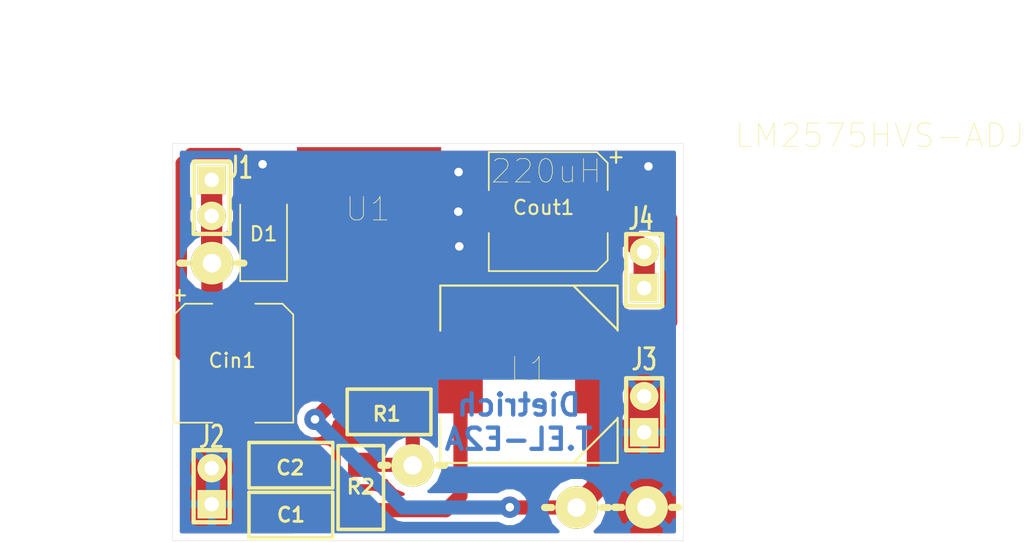
<source format=kicad_pcb>
(kicad_pcb (version 4) (host pcbnew 4.0.7)

  (general
    (links 29)
    (no_connects 0)
    (area 123.987299 86.987299 160.012701 115.012701)
    (thickness 1.6)
    (drawings 7)
    (tracks 133)
    (zones 0)
    (modules 17)
    (nets 6)
  )

  (page A4)
  (title_block
    (title NOM_CARTE)
    (rev 1.0)
    (company "CFPT - Ecole d'électronique")
    (comment 1 "Nom Prénom Classe")
  )

  (layers
    (0 F.Cu signal)
    (31 B.Cu signal)
    (32 B.Adhes user hide)
    (33 F.Adhes user hide)
    (34 B.Paste user hide)
    (35 F.Paste user hide)
    (36 B.SilkS user hide)
    (37 F.SilkS user)
    (38 B.Mask user hide)
    (39 F.Mask user hide)
    (40 Dwgs.User user)
    (41 Cmts.User user hide)
    (42 Eco1.User user hide)
    (43 Eco2.User user)
    (44 Edge.Cuts user)
    (45 Margin user hide)
    (46 B.CrtYd user hide)
    (47 F.CrtYd user)
    (48 B.Fab user hide)
    (49 F.Fab user hide)
  )

  (setup
    (last_trace_width 0.3048)
    (user_trace_width 0.5)
    (user_trace_width 0.8)
    (user_trace_width 1)
    (user_trace_width 1.5)
    (user_trace_width 2)
    (user_trace_width 3)
    (user_trace_width 5)
    (trace_clearance 0.254)
    (zone_clearance 0.508)
    (zone_45_only yes)
    (trace_min 0.2)
    (segment_width 0.2)
    (edge_width 0.0254)
    (via_size 1.5)
    (via_drill 0.6)
    (via_min_size 0.4)
    (via_min_drill 0.3)
    (user_via 1.1 0.6)
    (user_via 2 0.8)
    (uvia_size 1.1)
    (uvia_drill 0.6)
    (uvias_allowed no)
    (uvia_min_size 0.2)
    (uvia_min_drill 0.1)
    (pcb_text_width 0.3)
    (pcb_text_size 1.5 1.5)
    (mod_edge_width 0.35)
    (mod_text_size 1 1.5)
    (mod_text_width 0.2)
    (pad_size 1.524 1.524)
    (pad_drill 0.762)
    (pad_to_mask_clearance 0.2)
    (aux_axis_origin 0 0)
    (visible_elements 7FFFFF7F)
    (pcbplotparams
      (layerselection 0x09920_80000001)
      (usegerberextensions false)
      (excludeedgelayer true)
      (linewidth 0.100000)
      (plotframeref false)
      (viasonmask false)
      (mode 1)
      (useauxorigin false)
      (hpglpennumber 1)
      (hpglpenspeed 20)
      (hpglpendiameter 15)
      (hpglpenoverlay 2)
      (psnegative false)
      (psa4output false)
      (plotreference true)
      (plotvalue true)
      (plotinvisibletext false)
      (padsonsilk false)
      (subtractmaskfromsilk false)
      (outputformat 1)
      (mirror false)
      (drillshape 0)
      (scaleselection 1)
      (outputdirectory Fichiers_Fabrication_KiCad/))
  )

  (net 0 "")
  (net 1 GND)
  (net 2 "Net-(D1-Pad1)")
  (net 3 "Net-(J7-Pad1)")
  (net 4 "Net-(C1-Pad1)")
  (net 5 "Net-(Cin1-Pad1)")

  (net_class Default "Ceci est la Netclass par défaut"
    (clearance 0.254)
    (trace_width 0.3048)
    (via_dia 1.5)
    (via_drill 0.6)
    (uvia_dia 1.1)
    (uvia_drill 0.6)
    (add_net GND)
    (add_net "Net-(C1-Pad1)")
    (add_net "Net-(Cin1-Pad1)")
    (add_net "Net-(D1-Pad1)")
    (add_net "Net-(J7-Pad1)")
  )

  (module base_V2:SM_R_1206 (layer F.Cu) (tedit 5BB380FC) (tstamp 5B962CA0)
    (at 139.26 105.92 180)
    (path /5B8CF858)
    (fp_text reference R1 (at 0.16 -0.15 180) (layer F.SilkS)
      (effects (font (size 1.00076 1.00076) (thickness 0.2)))
    )
    (fp_text value 1K (at -24.07 1.34 180) (layer F.SilkS) hide
      (effects (font (size 1 1) (thickness 0.20066)))
    )
    (fp_line (start -2.95148 -1.6002) (end 2.94894 -1.6002) (layer F.SilkS) (width 0.25))
    (fp_line (start 2.94894 -1.6002) (end 2.94894 1.6002) (layer F.SilkS) (width 0.25))
    (fp_line (start 2.94894 1.6002) (end -2.95148 1.6002) (layer F.SilkS) (width 0.25))
    (fp_line (start -2.95148 1.6002) (end -2.95148 -1.6002) (layer F.SilkS) (width 0.25))
    (pad 2 smd rect (at 1.6 0 180) (size 1.7 1.8) (layers F.Cu F.Paste F.Mask)
      (net 1 GND))
    (pad 1 smd rect (at -1.6 0 180) (size 1.7 1.8) (layers F.Cu F.Paste F.Mask)
      (net 3 "Net-(J7-Pad1)"))
    (model BASE_V2/3D/SM_R_1206.wrl
      (at (xyz 0 0 0))
      (scale (xyz 1 1 1))
      (rotate (xyz 0 0 0))
    )
    (model Resistors_SMD.3dshapes/R_1206.wrl
      (at (xyz 0 0 0))
      (scale (xyz 1 1 1))
      (rotate (xyz 0 0 0))
    )
  )

  (module Capacitors_SMD:CP_Elec_8x10 (layer F.Cu) (tedit 5BB381A8) (tstamp 5B962C67)
    (at 150.48 91.81 180)
    (descr "SMT capacitor, aluminium electrolytic, 8x10")
    (path /5B8CF8FA)
    (attr smd)
    (fp_text reference Cout1 (at 0.33 0.29 180) (layer F.SilkS)
      (effects (font (size 1 1) (thickness 0.15)))
    )
    (fp_text value 100uF (at -16.15 -8.61 180) (layer F.Fab)
      (effects (font (size 1 1) (thickness 0.15)))
    )
    (fp_circle (center 0 0) (end -0.6 3.9) (layer F.Fab) (width 0.1))
    (fp_text user + (at -2.31 -0.08 180) (layer F.Fab)
      (effects (font (size 1 1) (thickness 0.15)))
    )
    (fp_text user + (at -4.78 3.9 180) (layer F.SilkS)
      (effects (font (size 1 1) (thickness 0.15)))
    )
    (fp_text user %R (at 0.21 7.27 180) (layer F.Fab)
      (effects (font (size 1 1) (thickness 0.15)))
    )
    (fp_line (start 4.04 4.04) (end 4.04 -4.04) (layer F.Fab) (width 0.1))
    (fp_line (start -3.37 4.04) (end 4.04 4.04) (layer F.Fab) (width 0.1))
    (fp_line (start -4.04 3.37) (end -3.37 4.04) (layer F.Fab) (width 0.1))
    (fp_line (start -4.04 -3.37) (end -4.04 3.37) (layer F.Fab) (width 0.1))
    (fp_line (start -3.37 -4.04) (end -4.04 -3.37) (layer F.Fab) (width 0.1))
    (fp_line (start 4.04 -4.04) (end -3.37 -4.04) (layer F.Fab) (width 0.1))
    (fp_line (start 4.19 4.19) (end 4.19 1.51) (layer F.SilkS) (width 0.12))
    (fp_line (start 4.19 -4.19) (end 4.19 -1.51) (layer F.SilkS) (width 0.12))
    (fp_line (start -4.19 -3.43) (end -4.19 -1.51) (layer F.SilkS) (width 0.12))
    (fp_line (start -4.19 3.43) (end -4.19 1.51) (layer F.SilkS) (width 0.12))
    (fp_line (start 4.19 4.19) (end -3.43 4.19) (layer F.SilkS) (width 0.12))
    (fp_line (start -3.43 4.19) (end -4.19 3.43) (layer F.SilkS) (width 0.12))
    (fp_line (start -4.19 -3.43) (end -3.43 -4.19) (layer F.SilkS) (width 0.12))
    (fp_line (start -3.43 -4.19) (end 4.19 -4.19) (layer F.SilkS) (width 0.12))
    (fp_line (start -5.3 -4.29) (end 5.3 -4.29) (layer F.CrtYd) (width 0.05))
    (fp_line (start -5.3 -4.29) (end -5.3 4.29) (layer F.CrtYd) (width 0.05))
    (fp_line (start 5.3 4.29) (end 5.3 -4.29) (layer F.CrtYd) (width 0.05))
    (fp_line (start 5.3 4.29) (end -5.3 4.29) (layer F.CrtYd) (width 0.05))
    (pad 1 smd rect (at -3.05 0) (size 4 2.5) (layers F.Cu F.Paste F.Mask)
      (net 4 "Net-(C1-Pad1)"))
    (pad 2 smd rect (at 3.05 0) (size 4 2.5) (layers F.Cu F.Paste F.Mask)
      (net 1 GND))
    (model Capacitors_SMD.3dshapes/CP_Elec_8x10.wrl
      (at (xyz 0 0 0))
      (scale (xyz 1 1 1))
      (rotate (xyz 0 0 180))
    )
  )

  (module Capacitors_SMD:CP_Elec_8x10 (layer F.Cu) (tedit 5BB38183) (tstamp 5B962C61)
    (at 128.32 102.49 270)
    (descr "SMT capacitor, aluminium electrolytic, 8x10")
    (path /5B8CF8AB)
    (attr smd)
    (fp_text reference Cin1 (at -0.19 0.11 360) (layer F.SilkS)
      (effects (font (size 1 1) (thickness 0.15)))
    )
    (fp_text value 100uF (at -5.48 -38.82 360) (layer F.Fab)
      (effects (font (size 1 1) (thickness 0.15)))
    )
    (fp_circle (center 0 0) (end -0.6 3.9) (layer F.Fab) (width 0.1))
    (fp_text user + (at -2.31 -0.08 270) (layer F.Fab)
      (effects (font (size 1 1) (thickness 0.15)))
    )
    (fp_text user + (at -4.78 3.9 270) (layer F.SilkS)
      (effects (font (size 1 1) (thickness 0.15)))
    )
    (fp_text user %R (at 0 5.45 270) (layer F.Fab)
      (effects (font (size 1 1) (thickness 0.15)))
    )
    (fp_line (start 4.04 4.04) (end 4.04 -4.04) (layer F.Fab) (width 0.1))
    (fp_line (start -3.37 4.04) (end 4.04 4.04) (layer F.Fab) (width 0.1))
    (fp_line (start -4.04 3.37) (end -3.37 4.04) (layer F.Fab) (width 0.1))
    (fp_line (start -4.04 -3.37) (end -4.04 3.37) (layer F.Fab) (width 0.1))
    (fp_line (start -3.37 -4.04) (end -4.04 -3.37) (layer F.Fab) (width 0.1))
    (fp_line (start 4.04 -4.04) (end -3.37 -4.04) (layer F.Fab) (width 0.1))
    (fp_line (start 4.19 4.19) (end 4.19 1.51) (layer F.SilkS) (width 0.12))
    (fp_line (start 4.19 -4.19) (end 4.19 -1.51) (layer F.SilkS) (width 0.12))
    (fp_line (start -4.19 -3.43) (end -4.19 -1.51) (layer F.SilkS) (width 0.12))
    (fp_line (start -4.19 3.43) (end -4.19 1.51) (layer F.SilkS) (width 0.12))
    (fp_line (start 4.19 4.19) (end -3.43 4.19) (layer F.SilkS) (width 0.12))
    (fp_line (start -3.43 4.19) (end -4.19 3.43) (layer F.SilkS) (width 0.12))
    (fp_line (start -4.19 -3.43) (end -3.43 -4.19) (layer F.SilkS) (width 0.12))
    (fp_line (start -3.43 -4.19) (end 4.19 -4.19) (layer F.SilkS) (width 0.12))
    (fp_line (start -5.3 -4.29) (end 5.3 -4.29) (layer F.CrtYd) (width 0.05))
    (fp_line (start -5.3 -4.29) (end -5.3 4.29) (layer F.CrtYd) (width 0.05))
    (fp_line (start 5.3 4.29) (end 5.3 -4.29) (layer F.CrtYd) (width 0.05))
    (fp_line (start 5.3 4.29) (end -5.3 4.29) (layer F.CrtYd) (width 0.05))
    (pad 1 smd rect (at -3.05 0 90) (size 4 2.5) (layers F.Cu F.Paste F.Mask)
      (net 5 "Net-(Cin1-Pad1)"))
    (pad 2 smd rect (at 3.05 0 90) (size 4 2.5) (layers F.Cu F.Paste F.Mask)
      (net 1 GND))
    (model Capacitors_SMD.3dshapes/CP_Elec_8x10.wrl
      (at (xyz 0 0 0))
      (scale (xyz 1 1 1))
      (rotate (xyz 0 0 180))
    )
  )

  (module DR127-221-R:INDM125125X800N (layer F.Cu) (tedit 5BB381DC) (tstamp 5B962C9A)
    (at 149.12 103.27 180)
    (path /5B8CFA35)
    (attr smd)
    (fp_text reference L1 (at -0.05 0.37 180) (layer F.SilkS)
      (effects (font (size 1.64423 1.64423) (thickness 0.05)))
    )
    (fp_text value 220uH (at -1.22 14.31 180) (layer F.SilkS)
      (effects (font (size 1.64535 1.64535) (thickness 0.05)))
    )
    (fp_line (start 6.2484 -3.0734) (end 6.2484 -6.2484) (layer F.SilkS) (width 0.1524))
    (fp_line (start -6.2484 3.0734) (end -6.2484 3.1242) (layer F.SilkS) (width 0.1524))
    (fp_line (start -6.2484 3.1242) (end -6.2484 6.2484) (layer F.SilkS) (width 0.1524))
    (fp_line (start -6.2484 -3.1242) (end -3.1242 -6.2484) (layer F.SilkS) (width 0.1524))
    (fp_line (start -6.2484 3.1242) (end -3.1242 6.2484) (layer F.SilkS) (width 0.1524))
    (fp_line (start -6.2484 6.2484) (end 6.2484 6.2484) (layer F.SilkS) (width 0.1524))
    (fp_line (start 6.2484 6.2484) (end 6.2484 3.0734) (layer F.SilkS) (width 0.1524))
    (fp_line (start 6.2484 -6.2484) (end -6.2484 -6.2484) (layer F.SilkS) (width 0.1524))
    (fp_line (start -6.2484 -6.2484) (end -6.2484 -3.0734) (layer F.SilkS) (width 0.1524))
    (fp_line (start -6.2484 -3.1242) (end -3.1242 -6.2484) (layer Dwgs.User) (width 0.1524))
    (fp_line (start -6.2484 3.1242) (end -3.1242 6.2484) (layer Dwgs.User) (width 0.1524))
    (fp_line (start -6.2484 6.2484) (end 6.2484 6.2484) (layer Dwgs.User) (width 0.1524))
    (fp_line (start 6.2484 6.2484) (end 6.2484 -6.2484) (layer Dwgs.User) (width 0.1524))
    (fp_line (start 6.2484 -6.2484) (end -6.2484 -6.2484) (layer Dwgs.User) (width 0.1524))
    (fp_line (start -6.2484 -6.2484) (end -6.2484 6.2484) (layer Dwgs.User) (width 0.1524))
    (pad 1 smd rect (at -4.826 0 270) (size 5.5118 3.1496) (layers F.Cu F.Paste F.Mask)
      (net 2 "Net-(D1-Pad1)"))
    (pad 2 smd rect (at 4.826 0 270) (size 5.5118 3.1496) (layers F.Cu F.Paste F.Mask)
      (net 4 "Net-(C1-Pad1)"))
    (model C:/Users/DIETRICHT_ELEC/Desktop/Charge_active_Dietrich/3D/DR127-221-R.wrl
      (at (xyz 0 0 0))
      (scale (xyz 1 1 1))
      (rotate (xyz 0 0 0))
    )
    (model C:/Users/DIETRICHT_ELEC/Desktop/Charge_active_Dietrich/3D/DR127-221-R.wrl
      (at (xyz 0 0 0))
      (scale (xyz 1 1 1))
      (rotate (xyz 0 0 0))
    )
  )

  (module Diodes_SMD:D_SMA (layer F.Cu) (tedit 5BB381A1) (tstamp 5B962C6D)
    (at 130.42 93.31 90)
    (descr "Diode SMA (DO-214AC)")
    (tags "Diode SMA (DO-214AC)")
    (path /5B8CF9DC)
    (attr smd)
    (fp_text reference D1 (at -0.07 0 180) (layer F.SilkS)
      (effects (font (size 1 1) (thickness 0.15)))
    )
    (fp_text value MBR340 (at 1.11 36.59 90) (layer F.Fab)
      (effects (font (size 1 1) (thickness 0.15)))
    )
    (fp_text user %R (at 2.98 0.34 180) (layer F.Fab)
      (effects (font (size 1 1) (thickness 0.15)))
    )
    (fp_line (start -3.4 -1.65) (end -3.4 1.65) (layer F.SilkS) (width 0.12))
    (fp_line (start 2.3 1.5) (end -2.3 1.5) (layer F.Fab) (width 0.1))
    (fp_line (start -2.3 1.5) (end -2.3 -1.5) (layer F.Fab) (width 0.1))
    (fp_line (start 2.3 -1.5) (end 2.3 1.5) (layer F.Fab) (width 0.1))
    (fp_line (start 2.3 -1.5) (end -2.3 -1.5) (layer F.Fab) (width 0.1))
    (fp_line (start -3.5 -1.75) (end 3.5 -1.75) (layer F.CrtYd) (width 0.05))
    (fp_line (start 3.5 -1.75) (end 3.5 1.75) (layer F.CrtYd) (width 0.05))
    (fp_line (start 3.5 1.75) (end -3.5 1.75) (layer F.CrtYd) (width 0.05))
    (fp_line (start -3.5 1.75) (end -3.5 -1.75) (layer F.CrtYd) (width 0.05))
    (fp_line (start -0.64944 0.00102) (end -1.55114 0.00102) (layer F.Fab) (width 0.1))
    (fp_line (start 0.50118 0.00102) (end 1.4994 0.00102) (layer F.Fab) (width 0.1))
    (fp_line (start -0.64944 -0.79908) (end -0.64944 0.80112) (layer F.Fab) (width 0.1))
    (fp_line (start 0.50118 0.75032) (end 0.50118 -0.79908) (layer F.Fab) (width 0.1))
    (fp_line (start -0.64944 0.00102) (end 0.50118 0.75032) (layer F.Fab) (width 0.1))
    (fp_line (start -0.64944 0.00102) (end 0.50118 -0.79908) (layer F.Fab) (width 0.1))
    (fp_line (start -3.4 1.65) (end 2 1.65) (layer F.SilkS) (width 0.12))
    (fp_line (start -3.4 -1.65) (end 2 -1.65) (layer F.SilkS) (width 0.12))
    (pad 1 smd rect (at -2 0 90) (size 2.5 1.8) (layers F.Cu F.Paste F.Mask)
      (net 2 "Net-(D1-Pad1)"))
    (pad 2 smd rect (at 2 0 90) (size 2.5 1.8) (layers F.Cu F.Paste F.Mask)
      (net 1 GND))
    (model ${KISYS3DMOD}/Diodes_SMD.3dshapes/D_SMA.wrl
      (at (xyz 0 0 0))
      (scale (xyz 1 1 1))
      (rotate (xyz 0 0 0))
    )
  )

  (module base_V2:TSC_CON2_SIL (layer F.Cu) (tedit 5BB380C2) (tstamp 5B962C73)
    (at 126.76 90.84 270)
    (path /5B8D1EC5)
    (fp_text reference J1 (at -2.13 -2.02 360) (layer F.SilkS)
      (effects (font (size 1.4986 1.016) (thickness 0.2032)))
    )
    (fp_text value CON2 (at -1.04 4.38 270) (layer F.SilkS) hide
      (effects (font (size 1.4986 1.016) (thickness 0.2032)))
    )
    (fp_line (start -2.54 1.27) (end -2.54 -1.27) (layer F.SilkS) (width 0.3048))
    (fp_line (start -2.54 -1.27) (end 2.54 -1.27) (layer F.SilkS) (width 0.3048))
    (fp_line (start 2.54 -1.27) (end 2.54 1.27) (layer F.SilkS) (width 0.3048))
    (fp_line (start 2.54 1.27) (end -2.54 1.27) (layer F.SilkS) (width 0.3048))
    (pad 1 thru_hole rect (at -1.27 0 270) (size 2.0066 2.0066) (drill 1.016) (layers *.Cu *.Mask F.SilkS)
      (net 5 "Net-(Cin1-Pad1)"))
    (pad 2 thru_hole circle (at 1.27 0 270) (size 2.0066 2.0066) (drill 1.016) (layers *.Cu *.Mask F.SilkS)
      (net 5 "Net-(Cin1-Pad1)"))
    (model BASE_V2/3D/TSC_CON2_SIL.wrl
      (at (xyz 0 0 0))
      (scale (xyz 1 1 1))
      (rotate (xyz 0 0 0))
    )
  )

  (module base_V2:TSC_CON2_SIL (layer F.Cu) (tedit 5BB38222) (tstamp 5B962C79)
    (at 126.76 111.16 90)
    (path /5B8D2004)
    (fp_text reference J2 (at 3.49 0 180) (layer F.SilkS)
      (effects (font (size 1.4986 1.016) (thickness 0.2032)))
    )
    (fp_text value CON2 (at -0.57 -3.91 90) (layer F.SilkS) hide
      (effects (font (size 1.4986 1.016) (thickness 0.2032)))
    )
    (fp_line (start -2.54 1.27) (end -2.54 -1.27) (layer F.SilkS) (width 0.3048))
    (fp_line (start -2.54 -1.27) (end 2.54 -1.27) (layer F.SilkS) (width 0.3048))
    (fp_line (start 2.54 -1.27) (end 2.54 1.27) (layer F.SilkS) (width 0.3048))
    (fp_line (start 2.54 1.27) (end -2.54 1.27) (layer F.SilkS) (width 0.3048))
    (pad 1 thru_hole rect (at -1.27 0 90) (size 2.0066 2.0066) (drill 1.016) (layers *.Cu *.Mask F.SilkS)
      (net 1 GND))
    (pad 2 thru_hole circle (at 1.27 0 90) (size 2.0066 2.0066) (drill 1.016) (layers *.Cu *.Mask F.SilkS)
      (net 1 GND))
    (model BASE_V2/3D/TSC_CON2_SIL.wrl
      (at (xyz 0 0 0))
      (scale (xyz 1 1 1))
      (rotate (xyz 0 0 0))
    )
  )

  (module base_V2:TSC_CON2_SIL (layer F.Cu) (tedit 5BB381C5) (tstamp 5B962C7F)
    (at 157.24 106.09 90)
    (path /5B8D20D9)
    (fp_text reference J3 (at 3.87 0 180) (layer F.SilkS)
      (effects (font (size 1.4986 1.016) (thickness 0.2032)))
    )
    (fp_text value CON2 (at 4.39 0.17 90) (layer F.SilkS) hide
      (effects (font (size 1.4986 1.016) (thickness 0.2032)))
    )
    (fp_line (start -2.54 1.27) (end -2.54 -1.27) (layer F.SilkS) (width 0.3048))
    (fp_line (start -2.54 -1.27) (end 2.54 -1.27) (layer F.SilkS) (width 0.3048))
    (fp_line (start 2.54 -1.27) (end 2.54 1.27) (layer F.SilkS) (width 0.3048))
    (fp_line (start 2.54 1.27) (end -2.54 1.27) (layer F.SilkS) (width 0.3048))
    (pad 1 thru_hole rect (at -1.27 0 90) (size 2.0066 2.0066) (drill 1.016) (layers *.Cu *.Mask F.SilkS)
      (net 1 GND))
    (pad 2 thru_hole circle (at 1.27 0 90) (size 2.0066 2.0066) (drill 1.016) (layers *.Cu *.Mask F.SilkS)
      (net 1 GND))
    (model BASE_V2/3D/TSC_CON2_SIL.wrl
      (at (xyz 0 0 0))
      (scale (xyz 1 1 1))
      (rotate (xyz 0 0 0))
    )
  )

  (module base_V2:TSC_CON2_SIL (layer F.Cu) (tedit 5BB37E0E) (tstamp 5B962C85)
    (at 157.24 95.93 90)
    (path /5B8D209C)
    (fp_text reference J4 (at 3.61 -0.23 180) (layer F.SilkS)
      (effects (font (size 1.4986 1.016) (thickness 0.2032)))
    )
    (fp_text value CON2 (at 6.7 5.26 90) (layer F.SilkS) hide
      (effects (font (size 1.4986 1.016) (thickness 0.2032)))
    )
    (fp_line (start -2.54 1.27) (end -2.54 -1.27) (layer F.SilkS) (width 0.3048))
    (fp_line (start -2.54 -1.27) (end 2.54 -1.27) (layer F.SilkS) (width 0.3048))
    (fp_line (start 2.54 -1.27) (end 2.54 1.27) (layer F.SilkS) (width 0.3048))
    (fp_line (start 2.54 1.27) (end -2.54 1.27) (layer F.SilkS) (width 0.3048))
    (pad 1 thru_hole rect (at -1.27 0 90) (size 2.0066 2.0066) (drill 1.016) (layers *.Cu *.Mask F.SilkS)
      (net 4 "Net-(C1-Pad1)"))
    (pad 2 thru_hole circle (at 1.27 0 90) (size 2.0066 2.0066) (drill 1.016) (layers *.Cu *.Mask F.SilkS)
      (net 4 "Net-(C1-Pad1)"))
    (model BASE_V2/3D/TSC_CON2_SIL.wrl
      (at (xyz 0 0 0))
      (scale (xyz 1 1 1))
      (rotate (xyz 0 0 0))
    )
  )

  (module base_V2:TSC_CON1_poignard (layer F.Cu) (tedit 5BB37E00) (tstamp 5B962C8A)
    (at 157.41 112.65)
    (path /5B962C76)
    (fp_text reference J5 (at 5.43 -0.86) (layer F.SilkS) hide
      (effects (font (size 1 1) (thickness 0.2)))
    )
    (fp_text value CON1 (at -0.28 -1.9) (layer F.SilkS) hide
      (effects (font (size 1 1) (thickness 0.2)))
    )
    (fp_line (start 1.75 0) (end 2.25 0) (layer F.SilkS) (width 0.5))
    (fp_line (start -1.75 0) (end -2.25 0) (layer F.SilkS) (width 0.5))
    (fp_line (start -2.25 0) (end -2 0) (layer F.SilkS) (width 0.5))
    (pad 1 thru_hole circle (at 0 0) (size 2.99974 2.99974) (drill 1.30048) (layers *.Cu *.Mask F.SilkS)
      (net 1 GND))
    (model BASE_V2/3D/TSC_CON1_poignard.wrl
      (at (xyz 0 0 0))
      (scale (xyz 1 1 1))
      (rotate (xyz 0 0 0))
    )
  )

  (module base_V2:TSC_CON1_poignard (layer F.Cu) (tedit 5B9F5149) (tstamp 5B962C8F)
    (at 152.48 112.66)
    (path /5B962DE6)
    (fp_text reference J6 (at 0 -3.25) (layer F.SilkS) hide
      (effects (font (size 1 1) (thickness 0.2)))
    )
    (fp_text value CON1 (at -0.1 -1.68) (layer F.SilkS) hide
      (effects (font (size 1 1) (thickness 0.2)))
    )
    (fp_line (start 1.75 0) (end 2.25 0) (layer F.SilkS) (width 0.5))
    (fp_line (start -1.75 0) (end -2.25 0) (layer F.SilkS) (width 0.5))
    (fp_line (start -2.25 0) (end -2 0) (layer F.SilkS) (width 0.5))
    (pad 1 thru_hole circle (at 0 0) (size 2.99974 2.99974) (drill 1.30048) (layers *.Cu *.Mask F.SilkS)
      (net 2 "Net-(D1-Pad1)"))
    (model BASE_V2/3D/TSC_CON1_poignard.wrl
      (at (xyz 0 0 0))
      (scale (xyz 1 1 1))
      (rotate (xyz 0 0 0))
    )
  )

  (module base_V2:TSC_CON1_poignard (layer F.Cu) (tedit 5BB38119) (tstamp 5B962C94)
    (at 140.93 109.69 180)
    (path /5B962AF5)
    (fp_text reference J7 (at 0 -2.55 180) (layer F.SilkS) hide
      (effects (font (size 1 1) (thickness 0.2)))
    )
    (fp_text value CON1 (at -0.69 -6.25 180) (layer F.SilkS) hide
      (effects (font (size 1 1) (thickness 0.2)))
    )
    (fp_line (start 1.75 0) (end 2.25 0) (layer F.SilkS) (width 0.5))
    (fp_line (start -1.75 0) (end -2.25 0) (layer F.SilkS) (width 0.5))
    (fp_line (start -2.25 0) (end -2 0) (layer F.SilkS) (width 0.5))
    (pad 1 thru_hole circle (at 0 0 180) (size 2.99974 2.99974) (drill 1.30048) (layers *.Cu *.Mask F.SilkS)
      (net 3 "Net-(J7-Pad1)"))
    (model BASE_V2/3D/TSC_CON1_poignard.wrl
      (at (xyz 0 0 0))
      (scale (xyz 1 1 1))
      (rotate (xyz 0 0 0))
    )
  )

  (module base_V2:SM_R_1206 (layer F.Cu) (tedit 5BB3811C) (tstamp 5B962CA6)
    (at 137.27 111.25 90)
    (path /5B8CF7FB)
    (fp_text reference R2 (at 0.04 0 180) (layer F.SilkS)
      (effects (font (size 1.00076 1.00076) (thickness 0.2)))
    )
    (fp_text value 3K (at -5.34 -2.24 90) (layer F.SilkS) hide
      (effects (font (size 1 1) (thickness 0.20066)))
    )
    (fp_line (start -2.95148 -1.6002) (end 2.94894 -1.6002) (layer F.SilkS) (width 0.25))
    (fp_line (start 2.94894 -1.6002) (end 2.94894 1.6002) (layer F.SilkS) (width 0.25))
    (fp_line (start 2.94894 1.6002) (end -2.95148 1.6002) (layer F.SilkS) (width 0.25))
    (fp_line (start -2.95148 1.6002) (end -2.95148 -1.6002) (layer F.SilkS) (width 0.25))
    (pad 2 smd rect (at 1.6 0 90) (size 1.7 1.8) (layers F.Cu F.Paste F.Mask)
      (net 3 "Net-(J7-Pad1)"))
    (pad 1 smd rect (at -1.6 0 90) (size 1.7 1.8) (layers F.Cu F.Paste F.Mask)
      (net 4 "Net-(C1-Pad1)"))
    (model Resistors_SMD.3dshapes/R_1206.wrl
      (at (xyz 0 0 0))
      (scale (xyz 1 1 1))
      (rotate (xyz 0 0 0))
    )
  )

  (module LM2575HVS-ADJ:TO170P1435X457-6N (layer F.Cu) (tedit 5BB381D6) (tstamp 5B962CB0)
    (at 137.85 91.89)
    (path /5B8CFDCF)
    (attr smd)
    (fp_text reference U1 (at -0.08 -0.26) (layer F.SilkS)
      (effects (font (size 1.64528 1.64528) (thickness 0.05)))
    )
    (fp_text value LM2575HVS-ADJ (at 35.99 -5.44) (layer F.SilkS)
      (effects (font (size 1.64408 1.64408) (thickness 0.05)))
    )
    (fp_line (start -2.921 4.318) (end -3.8862 4.318) (layer Dwgs.User) (width 0.1524))
    (fp_line (start -3.8862 4.318) (end -3.8862 10.033) (layer Dwgs.User) (width 0.1524))
    (fp_line (start -3.8862 10.033) (end -2.921 10.033) (layer Dwgs.User) (width 0.1524))
    (fp_line (start -2.921 10.033) (end -2.921 4.318) (layer Dwgs.User) (width 0.1524))
    (fp_line (start -1.2192 4.318) (end -2.1844 4.318) (layer Dwgs.User) (width 0.1524))
    (fp_line (start -2.1844 4.318) (end -2.1844 10.033) (layer Dwgs.User) (width 0.1524))
    (fp_line (start -2.1844 10.033) (end -1.2192 10.033) (layer Dwgs.User) (width 0.1524))
    (fp_line (start -1.2192 10.033) (end -1.2192 4.318) (layer Dwgs.User) (width 0.1524))
    (fp_line (start 0.4826 4.318) (end -0.4826 4.318) (layer Dwgs.User) (width 0.1524))
    (fp_line (start -0.4826 4.318) (end -0.4826 10.033) (layer Dwgs.User) (width 0.1524))
    (fp_line (start -0.4826 10.033) (end 0.4826 10.033) (layer Dwgs.User) (width 0.1524))
    (fp_line (start 0.4826 10.033) (end 0.4826 4.318) (layer Dwgs.User) (width 0.1524))
    (fp_line (start 2.1844 4.318) (end 1.2192 4.318) (layer Dwgs.User) (width 0.1524))
    (fp_line (start 1.2192 4.318) (end 1.2192 10.033) (layer Dwgs.User) (width 0.1524))
    (fp_line (start 1.2192 10.033) (end 2.1844 10.033) (layer Dwgs.User) (width 0.1524))
    (fp_line (start 2.1844 10.033) (end 2.1844 4.318) (layer Dwgs.User) (width 0.1524))
    (fp_line (start 3.8862 4.318) (end 2.921 4.318) (layer Dwgs.User) (width 0.1524))
    (fp_line (start 2.921 4.318) (end 2.921 10.033) (layer Dwgs.User) (width 0.1524))
    (fp_line (start 2.921 10.033) (end 3.8862 10.033) (layer Dwgs.User) (width 0.1524))
    (fp_line (start 3.8862 10.033) (end 3.8862 4.318) (layer Dwgs.User) (width 0.1524))
    (fp_line (start -5.08 4.318) (end 5.08 4.318) (layer Dwgs.User) (width 0.1524))
    (fp_line (start 5.08 4.318) (end 5.08 -4.318) (layer Dwgs.User) (width 0.1524))
    (fp_line (start 5.08 -4.318) (end -5.08 -4.318) (layer Dwgs.User) (width 0.1524))
    (fp_line (start -5.08 -4.318) (end -5.08 4.318) (layer Dwgs.User) (width 0.1524))
    (pad 1 smd rect (at -3.4036 9.0424) (size 1.016 2.6924) (layers F.Cu F.Paste F.Mask)
      (net 5 "Net-(Cin1-Pad1)"))
    (pad 2 smd rect (at -1.7018 9.0424) (size 1.016 2.6924) (layers F.Cu F.Paste F.Mask)
      (net 2 "Net-(D1-Pad1)"))
    (pad 3 smd rect (at 0 9.0424) (size 1.016 2.6924) (layers F.Cu F.Paste F.Mask)
      (net 1 GND))
    (pad 4 smd rect (at 1.7018 9.0424) (size 1.016 2.6924) (layers F.Cu F.Paste F.Mask)
      (net 3 "Net-(J7-Pad1)"))
    (pad 5 smd rect (at 3.4036 9.0424) (size 1.016 2.6924) (layers F.Cu F.Paste F.Mask)
      (net 1 GND))
    (pad 6 smd rect (at 0 -0.1524) (size 10.16 8.9408) (layers F.Cu F.Paste F.Mask)
      (net 1 GND))
  )

  (module base_V2:SM_C_1206 (layer F.Cu) (tedit 5BB37DD8) (tstamp 5B9630D0)
    (at 132.34 113.19 180)
    (path /5B963126)
    (fp_text reference C1 (at -0.01 0.01 180) (layer F.SilkS)
      (effects (font (size 1.00076 1.00076) (thickness 0.2)))
    )
    (fp_text value C (at -2.58 -5.95 180) (layer F.SilkS) hide
      (effects (font (size 1 1) (thickness 0.20066)))
    )
    (fp_line (start -2.95148 -1.6002) (end 2.94894 -1.6002) (layer F.SilkS) (width 0.25))
    (fp_line (start 2.94894 -1.6002) (end 2.94894 1.6002) (layer F.SilkS) (width 0.25))
    (fp_line (start 2.94894 1.6002) (end -2.95148 1.6002) (layer F.SilkS) (width 0.25))
    (fp_line (start -2.95148 1.6002) (end -2.95148 -1.6002) (layer F.SilkS) (width 0.25))
    (pad 2 smd rect (at 1.6 0 180) (size 1.7 1.8) (layers F.Cu F.Paste F.Mask)
      (net 1 GND))
    (pad 1 smd rect (at -1.6 0 180) (size 1.7 1.8) (layers F.Cu F.Paste F.Mask)
      (net 4 "Net-(C1-Pad1)"))
    (model BASE_V2/3D/SM_C_1206.wrl
      (at (xyz 0 0 0))
      (scale (xyz 1 1 1))
      (rotate (xyz 0 0 0))
    )
    (model Capacitors_SMD.3dshapes/C_1206.wrl
      (at (xyz 0 0 0))
      (scale (xyz 1 1 1))
      (rotate (xyz 0 0 0))
    )
  )

  (module base_V2:SM_C_1206 (layer F.Cu) (tedit 5BB37DCD) (tstamp 5B9630D6)
    (at 132.34 109.68 180)
    (path /5B96302D)
    (fp_text reference C2 (at 0.04 -0.18 180) (layer F.SilkS)
      (effects (font (size 1.00076 1.00076) (thickness 0.2)))
    )
    (fp_text value C (at -4.17 -8.76 180) (layer F.SilkS) hide
      (effects (font (size 1 1) (thickness 0.20066)))
    )
    (fp_line (start -2.95148 -1.6002) (end 2.94894 -1.6002) (layer F.SilkS) (width 0.25))
    (fp_line (start 2.94894 -1.6002) (end 2.94894 1.6002) (layer F.SilkS) (width 0.25))
    (fp_line (start 2.94894 1.6002) (end -2.95148 1.6002) (layer F.SilkS) (width 0.25))
    (fp_line (start -2.95148 1.6002) (end -2.95148 -1.6002) (layer F.SilkS) (width 0.25))
    (pad 2 smd rect (at 1.6 0 180) (size 1.7 1.8) (layers F.Cu F.Paste F.Mask)
      (net 1 GND))
    (pad 1 smd rect (at -1.6 0 180) (size 1.7 1.8) (layers F.Cu F.Paste F.Mask)
      (net 4 "Net-(C1-Pad1)"))
    (model Capacitors_SMD.3dshapes/C_1206.wrl
      (at (xyz 0 0 0))
      (scale (xyz 1 1 1))
      (rotate (xyz 0 0 0))
    )
  )

  (module base_V2:TSC_CON1_poignard (layer F.Cu) (tedit 535CE132) (tstamp 5B98F588)
    (at 126.78 95.44)
    (path /5B98F8EF)
    (fp_text reference J8 (at 0 -3.25) (layer F.SilkS) hide
      (effects (font (size 1 1) (thickness 0.2)))
    )
    (fp_text value CON1 (at 0 3) (layer F.SilkS) hide
      (effects (font (size 1 1) (thickness 0.2)))
    )
    (fp_line (start 1.75 0) (end 2.25 0) (layer F.SilkS) (width 0.5))
    (fp_line (start -1.75 0) (end -2.25 0) (layer F.SilkS) (width 0.5))
    (fp_line (start -2.25 0) (end -2 0) (layer F.SilkS) (width 0.5))
    (pad 1 thru_hole circle (at 0 0) (size 2.99974 2.99974) (drill 1.30048) (layers *.Cu *.Mask F.SilkS)
      (net 5 "Net-(Cin1-Pad1)"))
    (model BASE_V2/3D/TSC_CON1_poignard.wrl
      (at (xyz 0 0 0))
      (scale (xyz 1 1 1))
      (rotate (xyz 0 0 0))
    )
  )

  (gr_text "Dietrich\nT.EL-E2A" (at 148.4 106.64) (layer B.Cu)
    (effects (font (size 1.5 1.5) (thickness 0.3)) (justify mirror))
  )
  (dimension 36 (width 0.3) (layer Eco2.User)
    (gr_text "36,000 mm" (at 142 78.75) (layer Eco2.User)
      (effects (font (size 1.5 1.5) (thickness 0.3)))
    )
    (feature1 (pts (xy 160 87) (xy 160 77.4)))
    (feature2 (pts (xy 124 87) (xy 124 77.4)))
    (crossbar (pts (xy 124 80.1) (xy 160 80.1)))
    (arrow1a (pts (xy 160 80.1) (xy 158.873496 80.686421)))
    (arrow1b (pts (xy 160 80.1) (xy 158.873496 79.513579)))
    (arrow2a (pts (xy 124 80.1) (xy 125.126504 80.686421)))
    (arrow2b (pts (xy 124 80.1) (xy 125.126504 79.513579)))
  )
  (dimension 28 (width 0.3) (layer Eco2.User)
    (gr_text "28,000 mm" (at 118.13 101 270) (layer Eco2.User)
      (effects (font (size 1.5 1.5) (thickness 0.3)))
    )
    (feature1 (pts (xy 124 115) (xy 116.78 115)))
    (feature2 (pts (xy 124 87) (xy 116.78 87)))
    (crossbar (pts (xy 119.48 87) (xy 119.48 115)))
    (arrow1a (pts (xy 119.48 115) (xy 118.893579 113.873496)))
    (arrow1b (pts (xy 119.48 115) (xy 120.066421 113.873496)))
    (arrow2a (pts (xy 119.48 87) (xy 118.893579 88.126504)))
    (arrow2b (pts (xy 119.48 87) (xy 120.066421 88.126504)))
  )
  (gr_line (start 124 115) (end 124 87) (angle 90) (layer Edge.Cuts) (width 0.0254))
  (gr_line (start 160 115) (end 124 115) (angle 90) (layer Edge.Cuts) (width 0.0254))
  (gr_line (start 160 87) (end 160 115) (angle 90) (layer Edge.Cuts) (width 0.0254))
  (gr_line (start 124 87) (end 160 87) (angle 90) (layer Edge.Cuts) (width 0.0254))

  (segment (start 144.14 91.87) (end 144.14 91.81) (width 0.8) (layer F.Cu) (net 1))
  (via (at 144.14 91.81) (size 1.5) (drill 0.6) (layers F.Cu B.Cu) (net 1))
  (segment (start 143.6 91.27) (end 143.6 91.14) (width 0.8) (layer B.Cu) (net 1) (tstamp 5BA3B095))
  (segment (start 144.14 91.81) (end 143.6 91.27) (width 0.8) (layer B.Cu) (net 1) (tstamp 5BA3B094))
  (segment (start 130.35 88.47) (end 129.37 88.47) (width 0.8) (layer F.Cu) (net 1))
  (segment (start 124.62 101.84) (end 128.32 105.54) (width 0.8) (layer F.Cu) (net 1) (tstamp 5BA3B060))
  (segment (start 124.62 88.39) (end 124.62 101.84) (width 0.8) (layer F.Cu) (net 1) (tstamp 5BA3B05F))
  (segment (start 125.29 87.72) (end 124.62 88.39) (width 0.8) (layer F.Cu) (net 1) (tstamp 5BA3B05D))
  (segment (start 128.62 87.72) (end 125.29 87.72) (width 0.8) (layer F.Cu) (net 1) (tstamp 5BA3B05C))
  (segment (start 129.37 88.47) (end 128.62 87.72) (width 0.8) (layer F.Cu) (net 1) (tstamp 5BA3B05A))
  (segment (start 144.14 91.87) (end 144.14 94.19) (width 0.8) (layer F.Cu) (net 1) (tstamp 5BA3B090))
  (segment (start 141.09 91.14) (end 139.75 91.14) (width 0.8) (layer B.Cu) (net 1) (tstamp 5BA3AFF5))
  (segment (start 144.21 94.26) (end 141.09 91.14) (width 0.8) (layer B.Cu) (net 1) (tstamp 5BA3AFF4))
  (via (at 144.21 94.26) (size 1.5) (drill 0.6) (layers F.Cu B.Cu) (net 1))
  (segment (start 144.14 94.19) (end 144.21 94.26) (width 0.8) (layer F.Cu) (net 1) (tstamp 5BA3AFEF))
  (segment (start 144.14 91.81) (end 144.14 89.04) (width 0.8) (layer F.Cu) (net 1))
  (segment (start 141.56 91.2) (end 141.56 91.14) (width 0.8) (layer B.Cu) (net 1) (tstamp 5BA3AFD1))
  (segment (start 141.62 91.14) (end 141.56 91.2) (width 0.8) (layer B.Cu) (net 1) (tstamp 5BA3AFD0))
  (segment (start 142.04 91.14) (end 141.62 91.14) (width 0.8) (layer B.Cu) (net 1) (tstamp 5BA3AFCE))
  (segment (start 144.16 89.02) (end 142.04 91.14) (width 0.8) (layer B.Cu) (net 1) (tstamp 5BA3AFCD))
  (via (at 144.16 89.02) (size 1.5) (drill 0.6) (layers F.Cu B.Cu) (net 1))
  (segment (start 144.14 89.04) (end 144.16 89.02) (width 0.8) (layer F.Cu) (net 1) (tstamp 5BA3AFCA))
  (segment (start 155.27 88.58) (end 150.66 88.58) (width 1) (layer F.Cu) (net 1))
  (segment (start 150.66 88.58) (end 147.43 91.81) (width 1) (layer F.Cu) (net 1) (tstamp 5BA3AF90))
  (segment (start 147.43 91.81) (end 144.14 91.81) (width 2) (layer F.Cu) (net 1))
  (segment (start 144.14 91.81) (end 137.9224 91.81) (width 2) (layer F.Cu) (net 1) (tstamp 5BA3AFC8))
  (segment (start 137.9224 91.81) (end 137.85 91.7376) (width 1) (layer F.Cu) (net 1) (tstamp 5BA3AF89))
  (segment (start 130.42 91.31) (end 130.42 88.54) (width 1) (layer F.Cu) (net 1))
  (segment (start 129.34 89.48) (end 129.34 101.55) (width 1) (layer B.Cu) (net 1) (tstamp 5BA3AF4F))
  (segment (start 130.35 88.47) (end 129.34 89.48) (width 1) (layer B.Cu) (net 1) (tstamp 5BA3AF4E))
  (via (at 130.35 88.47) (size 1.5) (drill 0.6) (layers F.Cu B.Cu) (net 1))
  (segment (start 130.42 88.54) (end 130.35 88.47) (width 1) (layer F.Cu) (net 1) (tstamp 5BA3AF4A))
  (segment (start 137.85 91.7376) (end 130.8476 91.7376) (width 2) (layer F.Cu) (net 1))
  (segment (start 130.8476 91.7376) (end 130.42 91.31) (width 1.5) (layer F.Cu) (net 1) (tstamp 5BA3AF2B))
  (segment (start 155.27 88.58) (end 157.5 88.58) (width 1) (layer F.Cu) (net 1))
  (segment (start 155.02 91.14) (end 143.6 91.14) (width 1) (layer B.Cu) (net 1) (tstamp 5BA3AEAB))
  (segment (start 143.6 91.14) (end 141.56 91.14) (width 1) (layer B.Cu) (net 1) (tstamp 5BA3B098))
  (segment (start 157.54 88.62) (end 155.02 91.14) (width 1) (layer B.Cu) (net 1) (tstamp 5BA3AEAA))
  (via (at 157.54 88.62) (size 1.5) (drill 0.6) (layers F.Cu B.Cu) (net 1))
  (segment (start 157.5 88.58) (end 157.54 88.62) (width 1) (layer F.Cu) (net 1) (tstamp 5BA3AEA5))
  (segment (start 141.56 91.14) (end 139.75 91.14) (width 1) (layer B.Cu) (net 1) (tstamp 5BA3AFD2))
  (segment (start 139.75 91.14) (end 129.34 101.55) (width 1) (layer B.Cu) (net 1) (tstamp 5BA3AEB2))
  (segment (start 126.85 104.04) (end 126.85 111.42) (width 1) (layer B.Cu) (net 1) (tstamp 5BA3AEB4))
  (segment (start 129.34 101.55) (end 126.85 104.04) (width 1) (layer B.Cu) (net 1) (tstamp 5BA3AF52))
  (segment (start 138.0576 91.53) (end 137.85 91.7376) (width 0.8) (layer F.Cu) (net 1) (tstamp 5B990130))
  (segment (start 135.9324 89.82) (end 137.85 91.7376) (width 0.8) (layer F.Cu) (net 1) (tstamp 5B99012D))
  (segment (start 137.85 100.9324) (end 137.85 91.7376) (width 0.8) (layer F.Cu) (net 1))
  (segment (start 137.85 100.9324) (end 137.85 105.73) (width 0.8) (layer F.Cu) (net 1))
  (segment (start 137.85 105.73) (end 137.66 105.92) (width 0.8) (layer F.Cu) (net 1) (tstamp 5B990124))
  (segment (start 141.2536 100.9324) (end 141.2536 98.8936) (width 0.5) (layer F.Cu) (net 1))
  (segment (start 137.85 98.77) (end 137.85 100.9324) (width 0.5) (layer F.Cu) (net 1) (tstamp 5B990110))
  (segment (start 138.52 98.1) (end 137.85 98.77) (width 0.5) (layer F.Cu) (net 1) (tstamp 5B99010F))
  (segment (start 140.46 98.1) (end 138.52 98.1) (width 0.5) (layer F.Cu) (net 1) (tstamp 5B99010E))
  (segment (start 141.2536 98.8936) (end 140.46 98.1) (width 0.5) (layer F.Cu) (net 1) (tstamp 5B99010C))
  (segment (start 137.85 105.73) (end 137.66 105.92) (width 1) (layer F.Cu) (net 1) (tstamp 5B99002D))
  (segment (start 130.74 113.19) (end 127.52 113.19) (width 1) (layer F.Cu) (net 1))
  (segment (start 127.52 113.19) (end 126.76 112.43) (width 1) (layer F.Cu) (net 1) (tstamp 5B98FF41))
  (segment (start 137.66 100.8224) (end 137.85 100.6324) (width 0.5) (layer F.Cu) (net 1) (tstamp 5B98FE07))
  (segment (start 145.4976 91.4376) (end 145.59 91.53) (width 0.5) (layer F.Cu) (net 1) (tstamp 5B98FDA9))
  (segment (start 136.2324 89.82) (end 137.85 91.4376) (width 0.5) (layer F.Cu) (net 1) (tstamp 5B98FD8C))
  (segment (start 157.24 104.82) (end 157.24 101.41) (width 1) (layer F.Cu) (net 1))
  (segment (start 155.33 88.58) (end 155.27 88.58) (width 1) (layer F.Cu) (net 1) (tstamp 5B98FB83))
  (segment (start 159.07 92.32) (end 155.33 88.58) (width 1) (layer F.Cu) (net 1) (tstamp 5B98FB82))
  (segment (start 159.07 99.58) (end 159.07 92.32) (width 1) (layer F.Cu) (net 1) (tstamp 5B98FB81))
  (segment (start 157.24 101.41) (end 159.07 99.58) (width 1) (layer F.Cu) (net 1) (tstamp 5B98FB80))
  (segment (start 145.3824 91.7376) (end 145.59 91.53) (width 0.5) (layer F.Cu) (net 1) (tstamp 5B98FB7A))
  (segment (start 130.74 109.68) (end 130.74 113.19) (width 1) (layer F.Cu) (net 1))
  (segment (start 130.74 109.68) (end 126.97 109.68) (width 1) (layer F.Cu) (net 1))
  (segment (start 126.97 109.68) (end 126.76 109.89) (width 0.5) (layer F.Cu) (net 1) (tstamp 5B98FB6C))
  (segment (start 128.32 105.54) (end 128.32 108.33) (width 1) (layer F.Cu) (net 1))
  (segment (start 128.32 108.33) (end 126.76 109.89) (width 1) (layer F.Cu) (net 1) (tstamp 5B98FB69))
  (segment (start 128.9 106.12) (end 128.32 105.54) (width 0.5) (layer F.Cu) (net 1) (tstamp 5B98FB66))
  (segment (start 130.53 109.89) (end 130.74 109.68) (width 0.5) (layer F.Cu) (net 1) (tstamp 5B98F789))
  (segment (start 130.02 109.89) (end 130.72 109.19) (width 0.3048) (layer F.Cu) (net 1) (tstamp 5B9771FA))
  (segment (start 157.24 104.82) (end 157.24 104.09) (width 0.3048) (layer F.Cu) (net 1))
  (segment (start 157.41 112.65) (end 156.96 112.65) (width 0.3048) (layer F.Cu) (net 1))
  (segment (start 127.12 112.07) (end 126.76 112.43) (width 0.3048) (layer F.Cu) (net 1) (tstamp 5B975D4A))
  (segment (start 157.3 112.54) (end 157.41 112.65) (width 0.3048) (layer F.Cu) (net 1) (tstamp 5B963E13))
  (segment (start 157.24 107.36) (end 157.24 112.48) (width 1) (layer F.Cu) (net 1))
  (segment (start 157.24 112.48) (end 157.41 112.65) (width 0.3048) (layer F.Cu) (net 1) (tstamp 5B963DEC))
  (segment (start 157.24 104.82) (end 157.24 107.36) (width 1) (layer F.Cu) (net 1))
  (segment (start 126.76 109.89) (end 126.76 112.43) (width 1) (layer F.Cu) (net 1))
  (segment (start 130.42 95.31) (end 130.42 95.72) (width 1) (layer F.Cu) (net 2))
  (segment (start 130.42 95.72) (end 132.36 97.66) (width 1) (layer F.Cu) (net 2) (tstamp 5BA3AF36))
  (segment (start 132.36 97.66) (end 135.51 97.66) (width 1) (layer F.Cu) (net 2) (tstamp 5BA3AF38))
  (segment (start 135.51 97.66) (end 136.1482 98.2982) (width 1) (layer F.Cu) (net 2) (tstamp 5BA3AF3A))
  (segment (start 136.1482 98.2982) (end 136.1482 100.9324) (width 1) (layer F.Cu) (net 2) (tstamp 5BA3AF3E))
  (segment (start 152.48 112.66) (end 147.79 112.66) (width 1) (layer F.Cu) (net 2))
  (segment (start 136.1482 103.0118) (end 136.1482 100.9324) (width 1) (layer F.Cu) (net 2) (tstamp 5B990195))
  (segment (start 135.12 104.04) (end 136.1482 103.0118) (width 1) (layer F.Cu) (net 2) (tstamp 5B990194))
  (segment (start 135.12 105.37) (end 135.12 104.04) (width 1) (layer F.Cu) (net 2) (tstamp 5B990191))
  (segment (start 134.04 106.45) (end 135.12 105.37) (width 1) (layer F.Cu) (net 2) (tstamp 5B990190))
  (via (at 134.04 106.45) (size 1.5) (drill 0.6) (layers F.Cu B.Cu) (net 2))
  (segment (start 140.25 112.66) (end 134.04 106.45) (width 1) (layer B.Cu) (net 2) (tstamp 5B99017D))
  (segment (start 147.75 112.66) (end 140.25 112.66) (width 1) (layer B.Cu) (net 2) (tstamp 5B990174))
  (segment (start 147.77 112.64) (end 147.75 112.66) (width 0.8) (layer B.Cu) (net 2) (tstamp 5B990173))
  (via (at 147.77 112.64) (size 1.5) (drill 0.6) (layers F.Cu B.Cu) (net 2))
  (segment (start 147.79 112.66) (end 147.77 112.64) (width 0.8) (layer F.Cu) (net 2) (tstamp 5B99016D))
  (segment (start 153.946 103.27) (end 153.946 111.194) (width 1.5) (layer F.Cu) (net 2))
  (segment (start 153.946 111.194) (end 152.48 112.66) (width 1.5) (layer F.Cu) (net 2) (tstamp 5B990157))
  (segment (start 139.5518 100.9324) (end 139.5518 104.6118) (width 1) (layer F.Cu) (net 3))
  (segment (start 139.5518 104.6118) (end 140.86 105.92) (width 1) (layer F.Cu) (net 3) (tstamp 5B990108))
  (segment (start 140.93 109.69) (end 140.93 105.99) (width 1) (layer F.Cu) (net 3))
  (segment (start 140.93 105.99) (end 140.86 105.92) (width 0.8) (layer F.Cu) (net 3) (tstamp 5B98FEE2))
  (segment (start 137.27 109.65) (end 140.89 109.65) (width 1) (layer F.Cu) (net 3))
  (segment (start 140.89 109.65) (end 140.93 109.69) (width 0.5) (layer F.Cu) (net 3) (tstamp 5B98FDC5))
  (segment (start 137.27 109.65) (end 137.44 109.65) (width 0.5) (layer F.Cu) (net 3))
  (segment (start 137.33 109.59) (end 137.27 109.65) (width 0.5) (layer F.Cu) (net 3) (tstamp 5B98FBA1))
  (segment (start 153.53 91.81) (end 154.39 91.81) (width 1.5) (layer F.Cu) (net 4))
  (segment (start 154.39 91.81) (end 157.24 94.66) (width 1.5) (layer F.Cu) (net 4) (tstamp 5BA3B1EC))
  (segment (start 153.53 91.81) (end 153.53 93.27) (width 1.5) (layer F.Cu) (net 4))
  (segment (start 144.294 96.746) (end 144.294 103.27) (width 1.5) (layer F.Cu) (net 4) (tstamp 5BA3AFA4))
  (segment (start 145.71 95.33) (end 144.294 96.746) (width 1.5) (layer F.Cu) (net 4) (tstamp 5BA3AFA3))
  (segment (start 151.47 95.33) (end 145.71 95.33) (width 1.5) (layer F.Cu) (net 4) (tstamp 5BA3AFA2))
  (segment (start 153.53 93.27) (end 151.47 95.33) (width 1.5) (layer F.Cu) (net 4) (tstamp 5BA3AFA0))
  (segment (start 154.39 91.81) (end 157.24 94.66) (width 1) (layer F.Cu) (net 4) (tstamp 5BA3AF94))
  (segment (start 144.294 103.27) (end 144.294 111.816) (width 1) (layer F.Cu) (net 4))
  (segment (start 144.294 111.816) (end 143.26 112.85) (width 1) (layer F.Cu) (net 4) (tstamp 5B990160))
  (segment (start 143.26 112.85) (end 137.27 112.85) (width 1) (layer F.Cu) (net 4) (tstamp 5B990162))
  (segment (start 133.94 113.19) (end 136.93 113.19) (width 1) (layer F.Cu) (net 4))
  (segment (start 136.93 113.19) (end 137.27 112.85) (width 0.5) (layer F.Cu) (net 4) (tstamp 5B98FB9E))
  (segment (start 133.94 109.68) (end 133.94 113.19) (width 1) (layer F.Cu) (net 4))
  (segment (start 137.26 113.19) (end 137.28 113.17) (width 0.5) (layer F.Cu) (net 4) (tstamp 5B98F79A))
  (segment (start 157.24 94.66) (end 157.24 97.2) (width 1.5) (layer F.Cu) (net 4))
  (segment (start 128.32 99.44) (end 129.75 99.44) (width 1.5) (layer F.Cu) (net 5))
  (segment (start 131.2424 100.9324) (end 134.4464 100.9324) (width 1.5) (layer F.Cu) (net 5) (tstamp 5BA3B1DE))
  (segment (start 129.75 99.44) (end 131.2424 100.9324) (width 1.5) (layer F.Cu) (net 5) (tstamp 5BA3B1DD))
  (segment (start 128.32 99.44) (end 129.23 99.44) (width 1.5) (layer F.Cu) (net 5))
  (segment (start 126.78 95.44) (end 126.78 97.9) (width 1.5) (layer F.Cu) (net 5))
  (segment (start 126.78 97.9) (end 128.32 99.44) (width 1.5) (layer F.Cu) (net 5) (tstamp 5B98FC0A))
  (segment (start 126.76 92.11) (end 126.76 95.42) (width 1.5) (layer F.Cu) (net 5))
  (segment (start 126.76 95.42) (end 126.78 95.44) (width 0.5) (layer F.Cu) (net 5) (tstamp 5B98F780))
  (segment (start 126.76 89.57) (end 126.76 92.11) (width 1.5) (layer F.Cu) (net 5))

  (zone (net 1) (net_name GND) (layer F.Cu) (tstamp 5B976E0C) (hatch edge 0.508)
    (connect_pads yes (clearance 0.508))
    (min_thickness 0.254)
    (fill yes (arc_segments 16) (thermal_gap 0.508) (thermal_bridge_width 0.508))
    (polygon
      (pts
        (xy 124 87) (xy 160 87) (xy 160 115) (xy 124 115)
      )
    )
    (filled_polygon
      (pts
        (xy 159.3523 114.3523) (xy 153.806544 114.3523) (xy 154.2888 113.870886) (xy 154.614499 113.086515) (xy 154.615025 112.483661)
        (xy 154.925343 112.173343) (xy 154.946689 112.141397) (xy 155.225573 111.724017) (xy 155.331 111.194) (xy 155.331 106.67334)
        (xy 155.5208 106.67334) (xy 155.756117 106.629062) (xy 155.972241 106.48999) (xy 156.117231 106.27779) (xy 156.16824 106.0259)
        (xy 156.16824 100.5141) (xy 156.123962 100.278783) (xy 155.98489 100.062659) (xy 155.77269 99.917669) (xy 155.5208 99.86666)
        (xy 155.457 99.86666) (xy 155.457 97.223801) (xy 155.486159 97.218315) (xy 155.528553 97.191035) (xy 155.556994 97.14941)
        (xy 155.567 97.1) (xy 155.567 96.89) (xy 155.558315 96.843841) (xy 155.531035 96.801447) (xy 155.48941 96.773006)
        (xy 155.44 96.763) (xy 146.235686 96.763) (xy 146.283686 96.715) (xy 151.47 96.715) (xy 152.000017 96.609573)
        (xy 152.449343 96.309343) (xy 154.509343 94.249343) (xy 154.654065 94.032751) (xy 155.60142 94.980106) (xy 155.601416 94.984448)
        (xy 155.850307 95.58681) (xy 155.855 95.591511) (xy 155.855 95.687733) (xy 155.785259 95.73261) (xy 155.640269 95.94481)
        (xy 155.58926 96.1967) (xy 155.58926 98.2033) (xy 155.633538 98.438617) (xy 155.77261 98.654741) (xy 155.98481 98.799731)
        (xy 156.2367 98.85074) (xy 158.2433 98.85074) (xy 158.478617 98.806462) (xy 158.694741 98.66739) (xy 158.839731 98.45519)
        (xy 158.89074 98.2033) (xy 158.89074 96.1967) (xy 158.846462 95.961383) (xy 158.70739 95.745259) (xy 158.625 95.688964)
        (xy 158.625 95.592302) (xy 158.628073 95.589234) (xy 158.878015 94.987308) (xy 158.878584 94.335552) (xy 158.629693 93.73319)
        (xy 158.169234 93.271927) (xy 157.567308 93.021985) (xy 157.560665 93.021979) (xy 156.17744 91.638754) (xy 156.17744 90.56)
        (xy 156.133162 90.324683) (xy 155.99409 90.108559) (xy 155.78189 89.963569) (xy 155.53 89.91256) (xy 151.53 89.91256)
        (xy 151.294683 89.956838) (xy 151.078559 90.09591) (xy 150.933569 90.30811) (xy 150.88256 90.56) (xy 150.88256 93.06)
        (xy 150.926838 93.295317) (xy 151.06591 93.511441) (xy 151.222726 93.618588) (xy 150.896314 93.945) (xy 145.71 93.945)
        (xy 145.179983 94.050427) (xy 144.882284 94.249343) (xy 144.730657 94.350657) (xy 143.314657 95.766657) (xy 143.014427 96.215983)
        (xy 142.909 96.746) (xy 142.909 99.86666) (xy 142.7192 99.86666) (xy 142.483883 99.910938) (xy 142.267759 100.05001)
        (xy 142.122769 100.26221) (xy 142.07176 100.5141) (xy 142.07176 104.49864) (xy 141.96189 104.423569) (xy 141.71 104.37256)
        (xy 140.917692 104.37256) (xy 140.6868 104.141668) (xy 140.6868 102.379536) (xy 140.70724 102.2786) (xy 140.70724 99.5862)
        (xy 140.662962 99.350883) (xy 140.52389 99.134759) (xy 140.31169 98.989769) (xy 140.0598 98.93876) (xy 139.0438 98.93876)
        (xy 138.808483 98.983038) (xy 138.592359 99.12211) (xy 138.447369 99.33431) (xy 138.39636 99.5862) (xy 138.39636 102.2786)
        (xy 138.4168 102.387229) (xy 138.4168 104.6118) (xy 138.503197 105.046146) (xy 138.657141 105.276539) (xy 138.749234 105.414366)
        (xy 139.36256 106.027692) (xy 139.36256 106.82) (xy 139.406838 107.055317) (xy 139.54591 107.271441) (xy 139.75811 107.416431)
        (xy 139.795 107.423901) (xy 139.795 107.84904) (xy 139.722273 107.87909) (xy 139.1212 108.479114) (xy 139.106299 108.515)
        (xy 138.741192 108.515) (xy 138.63409 108.348559) (xy 138.42189 108.203569) (xy 138.17 108.15256) (xy 136.37 108.15256)
        (xy 136.134683 108.196838) (xy 135.918559 108.33591) (xy 135.773569 108.54811) (xy 135.72256 108.8) (xy 135.72256 110.5)
        (xy 135.766838 110.735317) (xy 135.90591 110.951441) (xy 136.11811 111.096431) (xy 136.37 111.14744) (xy 138.17 111.14744)
        (xy 138.405317 111.103162) (xy 138.621441 110.96409) (xy 138.743808 110.785) (xy 139.072512 110.785) (xy 139.11909 110.897727)
        (xy 139.719114 111.4988) (xy 140.239782 111.715) (xy 138.741192 111.715) (xy 138.63409 111.548559) (xy 138.42189 111.403569)
        (xy 138.17 111.35256) (xy 136.37 111.35256) (xy 136.134683 111.396838) (xy 135.918559 111.53591) (xy 135.773569 111.74811)
        (xy 135.72256 112) (xy 135.72256 112.055) (xy 135.393222 112.055) (xy 135.393162 112.054683) (xy 135.25409 111.838559)
        (xy 135.075 111.716192) (xy 135.075 111.151192) (xy 135.241441 111.04409) (xy 135.386431 110.83189) (xy 135.43744 110.58)
        (xy 135.43744 108.78) (xy 135.393162 108.544683) (xy 135.25409 108.328559) (xy 135.04189 108.183569) (xy 134.79 108.13256)
        (xy 133.09 108.13256) (xy 132.854683 108.176838) (xy 132.638559 108.31591) (xy 132.493569 108.52811) (xy 132.44256 108.78)
        (xy 132.44256 110.58) (xy 132.486838 110.815317) (xy 132.62591 111.031441) (xy 132.805 111.153808) (xy 132.805 111.718808)
        (xy 132.638559 111.82591) (xy 132.493569 112.03811) (xy 132.44256 112.29) (xy 132.44256 114.09) (xy 132.486838 114.325317)
        (xy 132.504201 114.3523) (xy 124.6477 114.3523) (xy 124.6477 95.869904) (xy 124.96909 96.647727) (xy 125.395 97.074382)
        (xy 125.395 97.9) (xy 125.500427 98.430017) (xy 125.781545 98.85074) (xy 125.800657 98.879343) (xy 126.42256 99.501246)
        (xy 126.42256 101.44) (xy 126.466838 101.675317) (xy 126.60591 101.891441) (xy 126.81811 102.036431) (xy 127.07 102.08744)
        (xy 129.57 102.08744) (xy 129.805317 102.043162) (xy 130.021441 101.90409) (xy 130.116411 101.765097) (xy 130.263057 101.911743)
        (xy 130.712383 102.211973) (xy 131.2424 102.3174) (xy 133.298261 102.3174) (xy 133.335238 102.513917) (xy 133.47431 102.730041)
        (xy 133.68651 102.875031) (xy 133.9384 102.92604) (xy 134.628828 102.92604) (xy 134.317434 103.237434) (xy 134.071397 103.605654)
        (xy 133.985 104.04) (xy 133.985 104.899868) (xy 133.820061 105.064807) (xy 133.765715 105.06476) (xy 133.256485 105.275169)
        (xy 132.866539 105.664436) (xy 132.655241 106.173298) (xy 132.65476 106.724285) (xy 132.865169 107.233515) (xy 133.254436 107.623461)
        (xy 133.763298 107.834759) (xy 134.314285 107.83524) (xy 134.823515 107.624831) (xy 135.213461 107.235564) (xy 135.424759 106.726702)
        (xy 135.424808 106.670324) (xy 135.922566 106.172566) (xy 136.168604 105.804345) (xy 136.255 105.37) (xy 136.255 104.510132)
        (xy 136.950766 103.814366) (xy 137.196803 103.446146) (xy 137.2832 103.0118) (xy 137.2832 102.379536) (xy 137.30364 102.2786)
        (xy 137.30364 99.5862) (xy 137.2832 99.477571) (xy 137.2832 98.2982) (xy 137.196803 97.863854) (xy 136.950766 97.495634)
        (xy 136.312566 96.857434) (xy 136.281742 96.836838) (xy 135.944346 96.611397) (xy 135.51 96.525) (xy 132.830132 96.525)
        (xy 131.96744 95.662308) (xy 131.96744 94.06) (xy 131.923162 93.824683) (xy 131.78409 93.608559) (xy 131.57189 93.463569)
        (xy 131.32 93.41256) (xy 129.52 93.41256) (xy 129.284683 93.456838) (xy 129.068559 93.59591) (xy 128.923569 93.80811)
        (xy 128.87256 94.06) (xy 128.87256 94.913918) (xy 128.59091 94.232273) (xy 128.145 93.785583) (xy 128.145 93.042302)
        (xy 128.148073 93.039234) (xy 128.398015 92.437308) (xy 128.398584 91.785552) (xy 128.149693 91.18319) (xy 128.145 91.178489)
        (xy 128.145 91.082267) (xy 128.214741 91.03739) (xy 128.359731 90.82519) (xy 128.41074 90.5733) (xy 128.41074 88.5667)
        (xy 128.366462 88.331383) (xy 128.22739 88.115259) (xy 128.01519 87.970269) (xy 127.7633 87.91926) (xy 125.7567 87.91926)
        (xy 125.521383 87.963538) (xy 125.305259 88.10261) (xy 125.160269 88.31481) (xy 125.10926 88.5667) (xy 125.10926 90.5733)
        (xy 125.153538 90.808617) (xy 125.29261 91.024741) (xy 125.375 91.081036) (xy 125.375 91.177698) (xy 125.371927 91.180766)
        (xy 125.121985 91.782692) (xy 125.121416 92.434448) (xy 125.370307 93.03681) (xy 125.375 93.041511) (xy 125.375 93.826019)
        (xy 124.9712 94.229114) (xy 124.6477 95.008189) (xy 124.6477 87.6477) (xy 159.3523 87.6477)
      )
    )
  )
  (zone (net 1) (net_name GND) (layer B.Cu) (tstamp 5B990292) (hatch edge 0.508)
    (connect_pads (clearance 0.508))
    (min_thickness 0.254)
    (fill yes (arc_segments 16) (thermal_gap 0.508) (thermal_bridge_width 0.508))
    (polygon
      (pts
        (xy 124 87) (xy 160 87) (xy 160 115) (xy 124 115)
      )
    )
    (filled_polygon
      (pts
        (xy 159.3523 111.740257) (xy 159.242632 111.475495) (xy 158.923877 111.315728) (xy 157.589605 112.65) (xy 158.923877 113.984272)
        (xy 159.242632 113.824505) (xy 159.3523 113.54474) (xy 159.3523 114.3523) (xy 158.64983 114.3523) (xy 158.744272 114.163877)
        (xy 157.41 112.829605) (xy 156.075728 114.163877) (xy 156.17017 114.3523) (xy 153.806544 114.3523) (xy 154.2888 113.870886)
        (xy 154.614499 113.086515) (xy 154.615214 112.266217) (xy 155.267405 112.266217) (xy 155.283633 113.115366) (xy 155.577368 113.824505)
        (xy 155.896123 113.984272) (xy 157.230395 112.65) (xy 155.896123 111.315728) (xy 155.577368 111.475495) (xy 155.267405 112.266217)
        (xy 154.615214 112.266217) (xy 154.61524 112.237211) (xy 154.29091 111.452273) (xy 153.975312 111.136123) (xy 156.075728 111.136123)
        (xy 157.41 112.470395) (xy 158.744272 111.136123) (xy 158.584505 110.817368) (xy 157.793783 110.507405) (xy 156.944634 110.523633)
        (xy 156.235495 110.817368) (xy 156.075728 111.136123) (xy 153.975312 111.136123) (xy 153.690886 110.8512) (xy 152.906515 110.525501)
        (xy 152.057211 110.52476) (xy 151.272273 110.84909) (xy 150.6712 111.449114) (xy 150.345501 112.233485) (xy 150.34476 113.082789)
        (xy 150.66909 113.867727) (xy 151.152817 114.3523) (xy 124.6477 114.3523) (xy 124.6477 112.71575) (xy 125.1217 112.71575)
        (xy 125.1217 113.559609) (xy 125.218373 113.792998) (xy 125.397001 113.971627) (xy 125.63039 114.0683) (xy 126.47425 114.0683)
        (xy 126.633 113.90955) (xy 126.633 112.557) (xy 126.887 112.557) (xy 126.887 113.90955) (xy 127.04575 114.0683)
        (xy 127.88961 114.0683) (xy 128.122999 113.971627) (xy 128.301627 113.792998) (xy 128.3983 113.559609) (xy 128.3983 112.71575)
        (xy 128.23955 112.557) (xy 126.887 112.557) (xy 126.633 112.557) (xy 125.28045 112.557) (xy 125.1217 112.71575)
        (xy 124.6477 112.71575) (xy 124.6477 109.624674) (xy 125.110811 109.624674) (xy 125.134812 110.275988) (xy 125.337884 110.766247)
        (xy 125.524658 110.835496) (xy 125.397001 110.888373) (xy 125.218373 111.067002) (xy 125.1217 111.300391) (xy 125.1217 112.14425)
        (xy 125.28045 112.303) (xy 126.633 112.303) (xy 126.633 112.283) (xy 126.887 112.283) (xy 126.887 112.303)
        (xy 128.23955 112.303) (xy 128.3983 112.14425) (xy 128.3983 111.300391) (xy 128.301627 111.067002) (xy 128.122999 110.888373)
        (xy 127.995342 110.835496) (xy 128.182116 110.766247) (xy 128.409189 110.155326) (xy 128.385188 109.504012) (xy 128.182116 109.013753)
        (xy 127.914919 108.914686) (xy 126.939605 109.89) (xy 126.953748 109.904143) (xy 126.774143 110.083748) (xy 126.76 110.069605)
        (xy 126.745858 110.083748) (xy 126.566253 109.904143) (xy 126.580395 109.89) (xy 125.605081 108.914686) (xy 125.337884 109.013753)
        (xy 125.110811 109.624674) (xy 124.6477 109.624674) (xy 124.6477 108.735081) (xy 125.784686 108.735081) (xy 126.76 109.710395)
        (xy 127.735314 108.735081) (xy 127.636247 108.467884) (xy 127.025326 108.240811) (xy 126.374012 108.264812) (xy 125.883753 108.467884)
        (xy 125.784686 108.735081) (xy 124.6477 108.735081) (xy 124.6477 106.724285) (xy 132.65476 106.724285) (xy 132.865169 107.233515)
        (xy 133.254436 107.623461) (xy 133.763298 107.834759) (xy 133.819676 107.834808) (xy 139.447434 113.462566) (xy 139.815654 113.708603)
        (xy 140.25 113.795) (xy 146.966007 113.795) (xy 146.984436 113.813461) (xy 147.493298 114.024759) (xy 148.044285 114.02524)
        (xy 148.553515 113.814831) (xy 148.943461 113.425564) (xy 149.154759 112.916702) (xy 149.15524 112.365715) (xy 148.944831 111.856485)
        (xy 148.555564 111.466539) (xy 148.046702 111.255241) (xy 147.495715 111.25476) (xy 146.986485 111.465169) (xy 146.92655 111.525)
        (xy 142.079425 111.525) (xy 142.137727 111.50091) (xy 142.7388 110.900886) (xy 143.064499 110.116515) (xy 143.064688 109.9)
        (xy 154.213572 109.9) (xy 154.213572 107.64575) (xy 155.6017 107.64575) (xy 155.6017 108.489609) (xy 155.698373 108.722998)
        (xy 155.877001 108.901627) (xy 156.11039 108.9983) (xy 156.95425 108.9983) (xy 157.113 108.83955) (xy 157.113 107.487)
        (xy 157.367 107.487) (xy 157.367 108.83955) (xy 157.52575 108.9983) (xy 158.36961 108.9983) (xy 158.602999 108.901627)
        (xy 158.781627 108.722998) (xy 158.8783 108.489609) (xy 158.8783 107.64575) (xy 158.71955 107.487) (xy 157.367 107.487)
        (xy 157.113 107.487) (xy 155.76045 107.487) (xy 155.6017 107.64575) (xy 154.213572 107.64575) (xy 154.213572 104.554674)
        (xy 155.590811 104.554674) (xy 155.614812 105.205988) (xy 155.817884 105.696247) (xy 156.004658 105.765496) (xy 155.877001 105.818373)
        (xy 155.698373 105.997002) (xy 155.6017 106.230391) (xy 155.6017 107.07425) (xy 155.76045 107.233) (xy 157.113 107.233)
        (xy 157.113 107.213) (xy 157.367 107.213) (xy 157.367 107.233) (xy 158.71955 107.233) (xy 158.8783 107.07425)
        (xy 158.8783 106.230391) (xy 158.781627 105.997002) (xy 158.602999 105.818373) (xy 158.475342 105.765496) (xy 158.662116 105.696247)
        (xy 158.889189 105.085326) (xy 158.865188 104.434012) (xy 158.662116 103.943753) (xy 158.394919 103.844686) (xy 157.419605 104.82)
        (xy 157.433748 104.834143) (xy 157.254143 105.013748) (xy 157.24 104.999605) (xy 157.225858 105.013748) (xy 157.046253 104.834143)
        (xy 157.060395 104.82) (xy 156.085081 103.844686) (xy 155.817884 103.943753) (xy 155.590811 104.554674) (xy 154.213572 104.554674)
        (xy 154.213572 103.665081) (xy 156.264686 103.665081) (xy 157.24 104.640395) (xy 158.215314 103.665081) (xy 158.116247 103.397884)
        (xy 157.505326 103.170811) (xy 156.854012 103.194812) (xy 156.363753 103.397884) (xy 156.264686 103.665081) (xy 154.213572 103.665081)
        (xy 154.213572 103.53) (xy 142.586429 103.53) (xy 142.586429 108.327522) (xy 142.140886 107.8812) (xy 141.356515 107.555501)
        (xy 140.507211 107.55476) (xy 139.722273 107.87909) (xy 139.1212 108.479114) (xy 138.795501 109.263485) (xy 138.795207 109.600075)
        (xy 135.425193 106.230061) (xy 135.42524 106.175715) (xy 135.214831 105.666485) (xy 134.825564 105.276539) (xy 134.316702 105.065241)
        (xy 133.765715 105.06476) (xy 133.256485 105.275169) (xy 132.866539 105.664436) (xy 132.655241 106.173298) (xy 132.65476 106.724285)
        (xy 124.6477 106.724285) (xy 124.6477 95.869904) (xy 124.96909 96.647727) (xy 125.569114 97.2488) (xy 126.353485 97.574499)
        (xy 127.202789 97.57524) (xy 127.987727 97.25091) (xy 128.5888 96.650886) (xy 128.777394 96.1967) (xy 155.58926 96.1967)
        (xy 155.58926 98.2033) (xy 155.633538 98.438617) (xy 155.77261 98.654741) (xy 155.98481 98.799731) (xy 156.2367 98.85074)
        (xy 158.2433 98.85074) (xy 158.478617 98.806462) (xy 158.694741 98.66739) (xy 158.839731 98.45519) (xy 158.89074 98.2033)
        (xy 158.89074 96.1967) (xy 158.846462 95.961383) (xy 158.70739 95.745259) (xy 158.567515 95.649687) (xy 158.628073 95.589234)
        (xy 158.878015 94.987308) (xy 158.878584 94.335552) (xy 158.629693 93.73319) (xy 158.169234 93.271927) (xy 157.567308 93.021985)
        (xy 156.915552 93.021416) (xy 156.31319 93.270307) (xy 155.851927 93.730766) (xy 155.601985 94.332692) (xy 155.601416 94.984448)
        (xy 155.850307 95.58681) (xy 155.913485 95.650099) (xy 155.785259 95.73261) (xy 155.640269 95.94481) (xy 155.58926 96.1967)
        (xy 128.777394 96.1967) (xy 128.914499 95.866515) (xy 128.91524 95.017211) (xy 128.59091 94.232273) (xy 127.990886 93.6312)
        (xy 127.68048 93.502308) (xy 127.68681 93.499693) (xy 128.148073 93.039234) (xy 128.398015 92.437308) (xy 128.398584 91.785552)
        (xy 128.149693 91.18319) (xy 128.086515 91.119901) (xy 128.214741 91.03739) (xy 128.359731 90.82519) (xy 128.41074 90.5733)
        (xy 128.41074 88.5667) (xy 128.366462 88.331383) (xy 128.22739 88.115259) (xy 128.01519 87.970269) (xy 127.7633 87.91926)
        (xy 125.7567 87.91926) (xy 125.521383 87.963538) (xy 125.305259 88.10261) (xy 125.160269 88.31481) (xy 125.10926 88.5667)
        (xy 125.10926 90.5733) (xy 125.153538 90.808617) (xy 125.29261 91.024741) (xy 125.432485 91.120313) (xy 125.371927 91.180766)
        (xy 125.121985 91.782692) (xy 125.121416 92.434448) (xy 125.370307 93.03681) (xy 125.830766 93.498073) (xy 125.85999 93.510208)
        (xy 125.572273 93.62909) (xy 124.9712 94.229114) (xy 124.6477 95.008189) (xy 124.6477 87.6477) (xy 159.3523 87.6477)
      )
    )
  )
  (zone (net 0) (net_name "") (layer F.Cu) (tstamp 5B9903B3) (hatch edge 0.508)
    (connect_pads (clearance 0.508))
    (min_thickness 0.254)
    (keepout (tracks not_allowed) (vias not_allowed) (copperpour not_allowed))
    (fill (arc_segments 16) (thermal_gap 0.508) (thermal_bridge_width 0.508))
    (polygon
      (pts
        (xy 155.44 97.1) (xy 155.33 97.1) (xy 155.33 100.25) (xy 152.02 100.25) (xy 152.02 109.59)
        (xy 146.16 109.59) (xy 146.18 97.03) (xy 146.18 96.89) (xy 155.44 96.89)
      )
    )
  )
)

</source>
